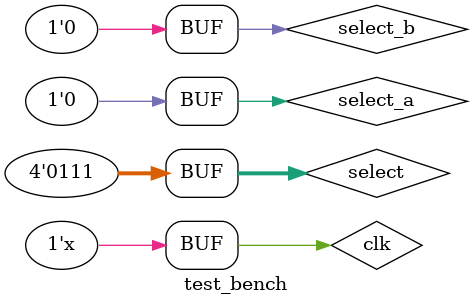
<source format=v>
`timescale 1ns / 1ps


module test_bench;

	// Inputs
	reg [3:0] select;
	reg select_a;
	reg select_b;
	reg clk;

	// Outputs
	wire [7:0] out_put;
	wire [7:0] A;
	wire [7:0] B;
	wire carry_flag;

	// Instantiate the Unit Under Test (UUT)
	ALU uut (
		.select(select), 
		.select_a(select_a), 
		.select_b(select_b), 
		.clk(clk), 
		.out_put(out_put), 
		.A(A), 
		.B(B), 
		.carry_flag(carry_flag)
	);


	initial begin
		// Initialize Inputs
		select = 0;
		select_a = 0;
		select_b = 0;
		clk = 0;

		// Wait 100 ns for global reset to finish
		
		#5 select_a = 1;
		#5 select_a = 0;
		#5 select_b = 1;
		#5 select_b = 0;
		#5 select = 4'b0000;
		#5 select = 4'b0001;
		#5 select = 4'b0010;
		#5 select = 4'b0011;
		#5 select = 4'b0100;
		#5 select = 4'b0101;
		#5 select = 4'b0111;
		
		// Addstimulus here

	end
	
	always #5 clk = ~clk;

      
endmodule


</source>
